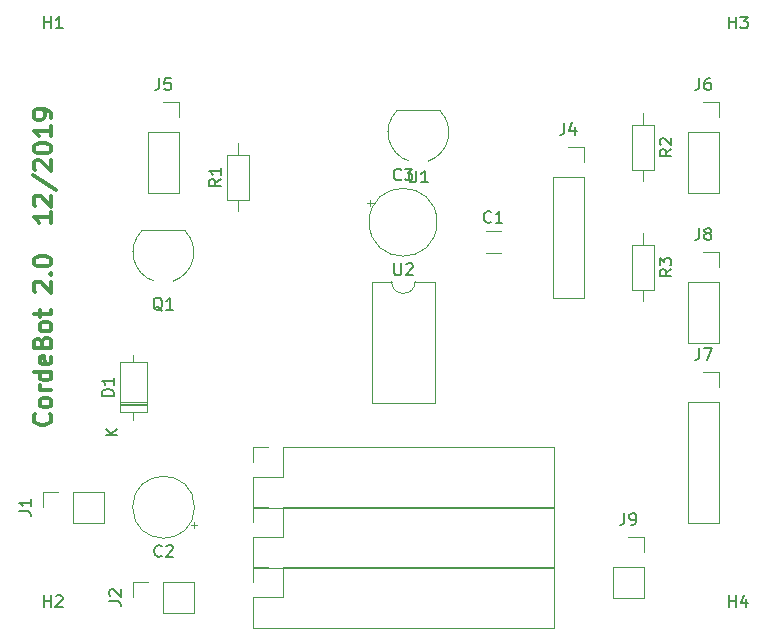
<source format=gto>
G04 #@! TF.GenerationSoftware,KiCad,Pcbnew,(5.1.5-0-10_14)*
G04 #@! TF.CreationDate,2019-12-20T11:49:40-05:00*
G04 #@! TF.ProjectId,Cbot2,43626f74-322e-46b6-9963-61645f706362,rev?*
G04 #@! TF.SameCoordinates,Original*
G04 #@! TF.FileFunction,Legend,Top*
G04 #@! TF.FilePolarity,Positive*
%FSLAX46Y46*%
G04 Gerber Fmt 4.6, Leading zero omitted, Abs format (unit mm)*
G04 Created by KiCad (PCBNEW (5.1.5-0-10_14)) date 2019-12-20 11:49:40*
%MOMM*%
%LPD*%
G04 APERTURE LIST*
%ADD10C,0.300000*%
%ADD11C,0.120000*%
%ADD12C,0.150000*%
G04 APERTURE END LIST*
D10*
X81815714Y-97518571D02*
X81887142Y-97589999D01*
X81958571Y-97804285D01*
X81958571Y-97947142D01*
X81887142Y-98161428D01*
X81744285Y-98304285D01*
X81601428Y-98375714D01*
X81315714Y-98447142D01*
X81101428Y-98447142D01*
X80815714Y-98375714D01*
X80672857Y-98304285D01*
X80530000Y-98161428D01*
X80458571Y-97947142D01*
X80458571Y-97804285D01*
X80530000Y-97589999D01*
X80601428Y-97518571D01*
X81958571Y-96661428D02*
X81887142Y-96804285D01*
X81815714Y-96875714D01*
X81672857Y-96947142D01*
X81244285Y-96947142D01*
X81101428Y-96875714D01*
X81030000Y-96804285D01*
X80958571Y-96661428D01*
X80958571Y-96447142D01*
X81030000Y-96304285D01*
X81101428Y-96232857D01*
X81244285Y-96161428D01*
X81672857Y-96161428D01*
X81815714Y-96232857D01*
X81887142Y-96304285D01*
X81958571Y-96447142D01*
X81958571Y-96661428D01*
X81958571Y-95518571D02*
X80958571Y-95518571D01*
X81244285Y-95518571D02*
X81101428Y-95447142D01*
X81030000Y-95375714D01*
X80958571Y-95232857D01*
X80958571Y-95089999D01*
X81958571Y-93947142D02*
X80458571Y-93947142D01*
X81887142Y-93947142D02*
X81958571Y-94089999D01*
X81958571Y-94375714D01*
X81887142Y-94518571D01*
X81815714Y-94589999D01*
X81672857Y-94661428D01*
X81244285Y-94661428D01*
X81101428Y-94589999D01*
X81030000Y-94518571D01*
X80958571Y-94375714D01*
X80958571Y-94089999D01*
X81030000Y-93947142D01*
X81887142Y-92661428D02*
X81958571Y-92804285D01*
X81958571Y-93089999D01*
X81887142Y-93232857D01*
X81744285Y-93304285D01*
X81172857Y-93304285D01*
X81030000Y-93232857D01*
X80958571Y-93089999D01*
X80958571Y-92804285D01*
X81030000Y-92661428D01*
X81172857Y-92589999D01*
X81315714Y-92589999D01*
X81458571Y-93304285D01*
X81172857Y-91447142D02*
X81244285Y-91232857D01*
X81315714Y-91161428D01*
X81458571Y-91090000D01*
X81672857Y-91090000D01*
X81815714Y-91161428D01*
X81887142Y-91232857D01*
X81958571Y-91375714D01*
X81958571Y-91947142D01*
X80458571Y-91947142D01*
X80458571Y-91447142D01*
X80530000Y-91304285D01*
X80601428Y-91232857D01*
X80744285Y-91161428D01*
X80887142Y-91161428D01*
X81030000Y-91232857D01*
X81101428Y-91304285D01*
X81172857Y-91447142D01*
X81172857Y-91947142D01*
X81958571Y-90232857D02*
X81887142Y-90375714D01*
X81815714Y-90447142D01*
X81672857Y-90518571D01*
X81244285Y-90518571D01*
X81101428Y-90447142D01*
X81030000Y-90375714D01*
X80958571Y-90232857D01*
X80958571Y-90018571D01*
X81030000Y-89875714D01*
X81101428Y-89804285D01*
X81244285Y-89732857D01*
X81672857Y-89732857D01*
X81815714Y-89804285D01*
X81887142Y-89875714D01*
X81958571Y-90018571D01*
X81958571Y-90232857D01*
X80958571Y-89304285D02*
X80958571Y-88732857D01*
X80458571Y-89090000D02*
X81744285Y-89090000D01*
X81887142Y-89018571D01*
X81958571Y-88875714D01*
X81958571Y-88732857D01*
X80601428Y-87161428D02*
X80530000Y-87090000D01*
X80458571Y-86947142D01*
X80458571Y-86590000D01*
X80530000Y-86447142D01*
X80601428Y-86375714D01*
X80744285Y-86304285D01*
X80887142Y-86304285D01*
X81101428Y-86375714D01*
X81958571Y-87232857D01*
X81958571Y-86304285D01*
X81815714Y-85661428D02*
X81887142Y-85590000D01*
X81958571Y-85661428D01*
X81887142Y-85732857D01*
X81815714Y-85661428D01*
X81958571Y-85661428D01*
X80458571Y-84661428D02*
X80458571Y-84518571D01*
X80530000Y-84375714D01*
X80601428Y-84304285D01*
X80744285Y-84232857D01*
X81030000Y-84161428D01*
X81387142Y-84161428D01*
X81672857Y-84232857D01*
X81815714Y-84304285D01*
X81887142Y-84375714D01*
X81958571Y-84518571D01*
X81958571Y-84661428D01*
X81887142Y-84804285D01*
X81815714Y-84875714D01*
X81672857Y-84947142D01*
X81387142Y-85018571D01*
X81030000Y-85018571D01*
X80744285Y-84947142D01*
X80601428Y-84875714D01*
X80530000Y-84804285D01*
X80458571Y-84661428D01*
X81958571Y-80447142D02*
X81958571Y-81304285D01*
X81958571Y-80875714D02*
X80458571Y-80875714D01*
X80672857Y-81018571D01*
X80815714Y-81161428D01*
X80887142Y-81304285D01*
X80601428Y-79875714D02*
X80530000Y-79804285D01*
X80458571Y-79661428D01*
X80458571Y-79304285D01*
X80530000Y-79161428D01*
X80601428Y-79090000D01*
X80744285Y-79018571D01*
X80887142Y-79018571D01*
X81101428Y-79090000D01*
X81958571Y-79947142D01*
X81958571Y-79018571D01*
X80387142Y-77304285D02*
X82315714Y-78590000D01*
X80601428Y-76875714D02*
X80530000Y-76804285D01*
X80458571Y-76661428D01*
X80458571Y-76304285D01*
X80530000Y-76161428D01*
X80601428Y-76090000D01*
X80744285Y-76018571D01*
X80887142Y-76018571D01*
X81101428Y-76090000D01*
X81958571Y-76947142D01*
X81958571Y-76018571D01*
X80458571Y-75090000D02*
X80458571Y-74947142D01*
X80530000Y-74804285D01*
X80601428Y-74732857D01*
X80744285Y-74661428D01*
X81030000Y-74590000D01*
X81387142Y-74590000D01*
X81672857Y-74661428D01*
X81815714Y-74732857D01*
X81887142Y-74804285D01*
X81958571Y-74947142D01*
X81958571Y-75090000D01*
X81887142Y-75232857D01*
X81815714Y-75304285D01*
X81672857Y-75375714D01*
X81387142Y-75447142D01*
X81030000Y-75447142D01*
X80744285Y-75375714D01*
X80601428Y-75304285D01*
X80530000Y-75232857D01*
X80458571Y-75090000D01*
X81958571Y-73161428D02*
X81958571Y-74018571D01*
X81958571Y-73590000D02*
X80458571Y-73590000D01*
X80672857Y-73732857D01*
X80815714Y-73875714D01*
X80887142Y-74018571D01*
X81958571Y-72447142D02*
X81958571Y-72161428D01*
X81887142Y-72018571D01*
X81815714Y-71947142D01*
X81601428Y-71804285D01*
X81315714Y-71732857D01*
X80744285Y-71732857D01*
X80601428Y-71804285D01*
X80530000Y-71875714D01*
X80458571Y-72018571D01*
X80458571Y-72304285D01*
X80530000Y-72447142D01*
X80601428Y-72518571D01*
X80744285Y-72589999D01*
X81101428Y-72589999D01*
X81244285Y-72518571D01*
X81315714Y-72447142D01*
X81387142Y-72304285D01*
X81387142Y-72018571D01*
X81315714Y-71875714D01*
X81244285Y-71804285D01*
X81101428Y-71732857D01*
D11*
X87780000Y-97370000D02*
X90020000Y-97370000D01*
X90020000Y-97370000D02*
X90020000Y-93130000D01*
X90020000Y-93130000D02*
X87780000Y-93130000D01*
X87780000Y-93130000D02*
X87780000Y-97370000D01*
X88900000Y-98020000D02*
X88900000Y-97370000D01*
X88900000Y-92480000D02*
X88900000Y-93130000D01*
X87780000Y-96650000D02*
X90020000Y-96650000D01*
X87780000Y-96530000D02*
X90020000Y-96530000D01*
X87780000Y-96770000D02*
X90020000Y-96770000D01*
X83820000Y-106740000D02*
X83820000Y-104080000D01*
X83820000Y-106740000D02*
X86420000Y-106740000D01*
X86420000Y-106740000D02*
X86420000Y-104080000D01*
X83820000Y-104080000D02*
X86420000Y-104080000D01*
X81220000Y-104080000D02*
X82550000Y-104080000D01*
X81220000Y-105410000D02*
X81220000Y-104080000D01*
X88840000Y-113030000D02*
X88840000Y-111700000D01*
X88840000Y-111700000D02*
X90170000Y-111700000D01*
X91440000Y-111700000D02*
X94040000Y-111700000D01*
X94040000Y-114360000D02*
X94040000Y-111700000D01*
X91440000Y-114360000D02*
X94040000Y-114360000D01*
X91440000Y-114360000D02*
X91440000Y-111700000D01*
X124400000Y-77470000D02*
X127060000Y-77470000D01*
X124400000Y-77470000D02*
X124400000Y-87690000D01*
X124400000Y-87690000D02*
X127060000Y-87690000D01*
X127060000Y-77470000D02*
X127060000Y-87690000D01*
X127060000Y-74870000D02*
X127060000Y-76200000D01*
X125730000Y-74870000D02*
X127060000Y-74870000D01*
X90110000Y-73660000D02*
X92770000Y-73660000D01*
X90110000Y-73660000D02*
X90110000Y-78800000D01*
X90110000Y-78800000D02*
X92770000Y-78800000D01*
X92770000Y-73660000D02*
X92770000Y-78800000D01*
X92770000Y-71060000D02*
X92770000Y-72390000D01*
X91440000Y-71060000D02*
X92770000Y-71060000D01*
X137160000Y-71060000D02*
X138490000Y-71060000D01*
X138490000Y-71060000D02*
X138490000Y-72390000D01*
X138490000Y-73660000D02*
X138490000Y-78800000D01*
X135830000Y-78800000D02*
X138490000Y-78800000D01*
X135830000Y-73660000D02*
X135830000Y-78800000D01*
X135830000Y-73660000D02*
X138490000Y-73660000D01*
X137160000Y-93920000D02*
X138490000Y-93920000D01*
X138490000Y-93920000D02*
X138490000Y-95250000D01*
X138490000Y-96520000D02*
X138490000Y-106740000D01*
X135830000Y-106740000D02*
X138490000Y-106740000D01*
X135830000Y-96520000D02*
X135830000Y-106740000D01*
X135830000Y-96520000D02*
X138490000Y-96520000D01*
X135830000Y-86360000D02*
X138490000Y-86360000D01*
X135830000Y-86360000D02*
X135830000Y-91500000D01*
X135830000Y-91500000D02*
X138490000Y-91500000D01*
X138490000Y-86360000D02*
X138490000Y-91500000D01*
X138490000Y-83760000D02*
X138490000Y-85090000D01*
X137160000Y-83760000D02*
X138490000Y-83760000D01*
X129480000Y-110490000D02*
X132140000Y-110490000D01*
X129480000Y-110490000D02*
X129480000Y-113090000D01*
X129480000Y-113090000D02*
X132140000Y-113090000D01*
X132140000Y-110490000D02*
X132140000Y-113090000D01*
X132140000Y-107890000D02*
X132140000Y-109220000D01*
X130810000Y-107890000D02*
X132140000Y-107890000D01*
X96870000Y-79390000D02*
X98710000Y-79390000D01*
X98710000Y-79390000D02*
X98710000Y-75550000D01*
X98710000Y-75550000D02*
X96870000Y-75550000D01*
X96870000Y-75550000D02*
X96870000Y-79390000D01*
X97790000Y-80340000D02*
X97790000Y-79390000D01*
X97790000Y-74600000D02*
X97790000Y-75550000D01*
X132080000Y-77800000D02*
X132080000Y-76850000D01*
X132080000Y-72060000D02*
X132080000Y-73010000D01*
X133000000Y-76850000D02*
X133000000Y-73010000D01*
X131160000Y-76850000D02*
X133000000Y-76850000D01*
X131160000Y-73010000D02*
X131160000Y-76850000D01*
X133000000Y-73010000D02*
X131160000Y-73010000D01*
X133000000Y-83170000D02*
X131160000Y-83170000D01*
X131160000Y-83170000D02*
X131160000Y-87010000D01*
X131160000Y-87010000D02*
X133000000Y-87010000D01*
X133000000Y-87010000D02*
X133000000Y-83170000D01*
X132080000Y-82220000D02*
X132080000Y-83170000D01*
X132080000Y-87960000D02*
X132080000Y-87010000D01*
X112760000Y-86300000D02*
G75*
G02X110760000Y-86300000I-1000000J0D01*
G01*
X110760000Y-86300000D02*
X109110000Y-86300000D01*
X109110000Y-86300000D02*
X109110000Y-96580000D01*
X109110000Y-96580000D02*
X114410000Y-96580000D01*
X114410000Y-96580000D02*
X114410000Y-86300000D01*
X114410000Y-86300000D02*
X112760000Y-86300000D01*
X93240000Y-81970000D02*
X89640000Y-81970000D01*
X93251875Y-81978259D02*
G75*
G02X92260000Y-86270000I-1811875J-1841741D01*
G01*
X89631555Y-81992316D02*
G75*
G03X90660000Y-86270000I1808445J-1827684D01*
G01*
X114830000Y-71810000D02*
X111230000Y-71810000D01*
X114841453Y-71817844D02*
G75*
G02X113850000Y-76110000I-1811453J-1842156D01*
G01*
X111221555Y-71832316D02*
G75*
G03X112250000Y-76110000I1808445J-1827684D01*
G01*
X118731000Y-82015001D02*
X119989000Y-82015001D01*
X118731000Y-83855001D02*
X119989000Y-83855001D01*
X94080000Y-105410000D02*
G75*
G03X94080000Y-105410000I-2620000J0D01*
G01*
X94264775Y-106885000D02*
X93764775Y-106885000D01*
X94014775Y-107135000D02*
X94014775Y-106635000D01*
X114610000Y-81280000D02*
G75*
G03X114610000Y-81280000I-2870000J0D01*
G01*
X108667738Y-79665000D02*
X109217738Y-79665000D01*
X108942738Y-79390000D02*
X108942738Y-79940000D01*
X99000000Y-110550000D02*
X99000000Y-107950000D01*
X99000000Y-110550000D02*
X124520000Y-110550000D01*
X124520000Y-110550000D02*
X124520000Y-105350000D01*
X101600000Y-105350000D02*
X124520000Y-105350000D01*
X101600000Y-107950000D02*
X101600000Y-105350000D01*
X99000000Y-107950000D02*
X101600000Y-107950000D01*
X99000000Y-105350000D02*
X100330000Y-105350000D01*
X99000000Y-106680000D02*
X99000000Y-105350000D01*
X99000000Y-111760000D02*
X99000000Y-110430000D01*
X99000000Y-110430000D02*
X100330000Y-110430000D01*
X99000000Y-113030000D02*
X101600000Y-113030000D01*
X101600000Y-113030000D02*
X101600000Y-110430000D01*
X101600000Y-110430000D02*
X124520000Y-110430000D01*
X124520000Y-115630000D02*
X124520000Y-110430000D01*
X99000000Y-115630000D02*
X124520000Y-115630000D01*
X99000000Y-115630000D02*
X99000000Y-113030000D01*
X99000000Y-105470000D02*
X99000000Y-102870000D01*
X99000000Y-105470000D02*
X124520000Y-105470000D01*
X124520000Y-105470000D02*
X124520000Y-100270000D01*
X101600000Y-100270000D02*
X124520000Y-100270000D01*
X101600000Y-102870000D02*
X101600000Y-100270000D01*
X99000000Y-102870000D02*
X101600000Y-102870000D01*
X99000000Y-100270000D02*
X100330000Y-100270000D01*
X99000000Y-101600000D02*
X99000000Y-100270000D01*
D12*
X81338095Y-64852380D02*
X81338095Y-63852380D01*
X81338095Y-64328571D02*
X81909523Y-64328571D01*
X81909523Y-64852380D02*
X81909523Y-63852380D01*
X82909523Y-64852380D02*
X82338095Y-64852380D01*
X82623809Y-64852380D02*
X82623809Y-63852380D01*
X82528571Y-63995238D01*
X82433333Y-64090476D01*
X82338095Y-64138095D01*
X139338095Y-64872380D02*
X139338095Y-63872380D01*
X139338095Y-64348571D02*
X139909523Y-64348571D01*
X139909523Y-64872380D02*
X139909523Y-63872380D01*
X140290476Y-63872380D02*
X140909523Y-63872380D01*
X140576190Y-64253333D01*
X140719047Y-64253333D01*
X140814285Y-64300952D01*
X140861904Y-64348571D01*
X140909523Y-64443809D01*
X140909523Y-64681904D01*
X140861904Y-64777142D01*
X140814285Y-64824761D01*
X140719047Y-64872380D01*
X140433333Y-64872380D01*
X140338095Y-64824761D01*
X140290476Y-64777142D01*
X81338095Y-113862380D02*
X81338095Y-112862380D01*
X81338095Y-113338571D02*
X81909523Y-113338571D01*
X81909523Y-113862380D02*
X81909523Y-112862380D01*
X82338095Y-112957619D02*
X82385714Y-112910000D01*
X82480952Y-112862380D01*
X82719047Y-112862380D01*
X82814285Y-112910000D01*
X82861904Y-112957619D01*
X82909523Y-113052857D01*
X82909523Y-113148095D01*
X82861904Y-113290952D01*
X82290476Y-113862380D01*
X82909523Y-113862380D01*
X139328095Y-113852380D02*
X139328095Y-112852380D01*
X139328095Y-113328571D02*
X139899523Y-113328571D01*
X139899523Y-113852380D02*
X139899523Y-112852380D01*
X140804285Y-113185714D02*
X140804285Y-113852380D01*
X140566190Y-112804761D02*
X140328095Y-113519047D01*
X140947142Y-113519047D01*
X87232380Y-95988095D02*
X86232380Y-95988095D01*
X86232380Y-95750000D01*
X86280000Y-95607142D01*
X86375238Y-95511904D01*
X86470476Y-95464285D01*
X86660952Y-95416666D01*
X86803809Y-95416666D01*
X86994285Y-95464285D01*
X87089523Y-95511904D01*
X87184761Y-95607142D01*
X87232380Y-95750000D01*
X87232380Y-95988095D01*
X87232380Y-94464285D02*
X87232380Y-95035714D01*
X87232380Y-94750000D02*
X86232380Y-94750000D01*
X86375238Y-94845238D01*
X86470476Y-94940476D01*
X86518095Y-95035714D01*
X87552380Y-99321904D02*
X86552380Y-99321904D01*
X87552380Y-98750476D02*
X86980952Y-99179047D01*
X86552380Y-98750476D02*
X87123809Y-99321904D01*
X79232380Y-105743333D02*
X79946666Y-105743333D01*
X80089523Y-105790952D01*
X80184761Y-105886190D01*
X80232380Y-106029047D01*
X80232380Y-106124285D01*
X80232380Y-104743333D02*
X80232380Y-105314761D01*
X80232380Y-105029047D02*
X79232380Y-105029047D01*
X79375238Y-105124285D01*
X79470476Y-105219523D01*
X79518095Y-105314761D01*
X86852380Y-113363333D02*
X87566666Y-113363333D01*
X87709523Y-113410952D01*
X87804761Y-113506190D01*
X87852380Y-113649047D01*
X87852380Y-113744285D01*
X86947619Y-112934761D02*
X86900000Y-112887142D01*
X86852380Y-112791904D01*
X86852380Y-112553809D01*
X86900000Y-112458571D01*
X86947619Y-112410952D01*
X87042857Y-112363333D01*
X87138095Y-112363333D01*
X87280952Y-112410952D01*
X87852380Y-112982380D01*
X87852380Y-112363333D01*
X125396666Y-72882380D02*
X125396666Y-73596666D01*
X125349047Y-73739523D01*
X125253809Y-73834761D01*
X125110952Y-73882380D01*
X125015714Y-73882380D01*
X126301428Y-73215714D02*
X126301428Y-73882380D01*
X126063333Y-72834761D02*
X125825238Y-73549047D01*
X126444285Y-73549047D01*
X91106666Y-69072380D02*
X91106666Y-69786666D01*
X91059047Y-69929523D01*
X90963809Y-70024761D01*
X90820952Y-70072380D01*
X90725714Y-70072380D01*
X92059047Y-69072380D02*
X91582857Y-69072380D01*
X91535238Y-69548571D01*
X91582857Y-69500952D01*
X91678095Y-69453333D01*
X91916190Y-69453333D01*
X92011428Y-69500952D01*
X92059047Y-69548571D01*
X92106666Y-69643809D01*
X92106666Y-69881904D01*
X92059047Y-69977142D01*
X92011428Y-70024761D01*
X91916190Y-70072380D01*
X91678095Y-70072380D01*
X91582857Y-70024761D01*
X91535238Y-69977142D01*
X136826666Y-69072380D02*
X136826666Y-69786666D01*
X136779047Y-69929523D01*
X136683809Y-70024761D01*
X136540952Y-70072380D01*
X136445714Y-70072380D01*
X137731428Y-69072380D02*
X137540952Y-69072380D01*
X137445714Y-69120000D01*
X137398095Y-69167619D01*
X137302857Y-69310476D01*
X137255238Y-69500952D01*
X137255238Y-69881904D01*
X137302857Y-69977142D01*
X137350476Y-70024761D01*
X137445714Y-70072380D01*
X137636190Y-70072380D01*
X137731428Y-70024761D01*
X137779047Y-69977142D01*
X137826666Y-69881904D01*
X137826666Y-69643809D01*
X137779047Y-69548571D01*
X137731428Y-69500952D01*
X137636190Y-69453333D01*
X137445714Y-69453333D01*
X137350476Y-69500952D01*
X137302857Y-69548571D01*
X137255238Y-69643809D01*
X136826666Y-91932380D02*
X136826666Y-92646666D01*
X136779047Y-92789523D01*
X136683809Y-92884761D01*
X136540952Y-92932380D01*
X136445714Y-92932380D01*
X137207619Y-91932380D02*
X137874285Y-91932380D01*
X137445714Y-92932380D01*
X136826666Y-81772380D02*
X136826666Y-82486666D01*
X136779047Y-82629523D01*
X136683809Y-82724761D01*
X136540952Y-82772380D01*
X136445714Y-82772380D01*
X137445714Y-82200952D02*
X137350476Y-82153333D01*
X137302857Y-82105714D01*
X137255238Y-82010476D01*
X137255238Y-81962857D01*
X137302857Y-81867619D01*
X137350476Y-81820000D01*
X137445714Y-81772380D01*
X137636190Y-81772380D01*
X137731428Y-81820000D01*
X137779047Y-81867619D01*
X137826666Y-81962857D01*
X137826666Y-82010476D01*
X137779047Y-82105714D01*
X137731428Y-82153333D01*
X137636190Y-82200952D01*
X137445714Y-82200952D01*
X137350476Y-82248571D01*
X137302857Y-82296190D01*
X137255238Y-82391428D01*
X137255238Y-82581904D01*
X137302857Y-82677142D01*
X137350476Y-82724761D01*
X137445714Y-82772380D01*
X137636190Y-82772380D01*
X137731428Y-82724761D01*
X137779047Y-82677142D01*
X137826666Y-82581904D01*
X137826666Y-82391428D01*
X137779047Y-82296190D01*
X137731428Y-82248571D01*
X137636190Y-82200952D01*
X130476666Y-105902380D02*
X130476666Y-106616666D01*
X130429047Y-106759523D01*
X130333809Y-106854761D01*
X130190952Y-106902380D01*
X130095714Y-106902380D01*
X131000476Y-106902380D02*
X131190952Y-106902380D01*
X131286190Y-106854761D01*
X131333809Y-106807142D01*
X131429047Y-106664285D01*
X131476666Y-106473809D01*
X131476666Y-106092857D01*
X131429047Y-105997619D01*
X131381428Y-105950000D01*
X131286190Y-105902380D01*
X131095714Y-105902380D01*
X131000476Y-105950000D01*
X130952857Y-105997619D01*
X130905238Y-106092857D01*
X130905238Y-106330952D01*
X130952857Y-106426190D01*
X131000476Y-106473809D01*
X131095714Y-106521428D01*
X131286190Y-106521428D01*
X131381428Y-106473809D01*
X131429047Y-106426190D01*
X131476666Y-106330952D01*
X96322380Y-77636666D02*
X95846190Y-77970000D01*
X96322380Y-78208095D02*
X95322380Y-78208095D01*
X95322380Y-77827142D01*
X95370000Y-77731904D01*
X95417619Y-77684285D01*
X95512857Y-77636666D01*
X95655714Y-77636666D01*
X95750952Y-77684285D01*
X95798571Y-77731904D01*
X95846190Y-77827142D01*
X95846190Y-78208095D01*
X96322380Y-76684285D02*
X96322380Y-77255714D01*
X96322380Y-76970000D02*
X95322380Y-76970000D01*
X95465238Y-77065238D01*
X95560476Y-77160476D01*
X95608095Y-77255714D01*
X134452380Y-75096666D02*
X133976190Y-75430000D01*
X134452380Y-75668095D02*
X133452380Y-75668095D01*
X133452380Y-75287142D01*
X133500000Y-75191904D01*
X133547619Y-75144285D01*
X133642857Y-75096666D01*
X133785714Y-75096666D01*
X133880952Y-75144285D01*
X133928571Y-75191904D01*
X133976190Y-75287142D01*
X133976190Y-75668095D01*
X133547619Y-74715714D02*
X133500000Y-74668095D01*
X133452380Y-74572857D01*
X133452380Y-74334761D01*
X133500000Y-74239523D01*
X133547619Y-74191904D01*
X133642857Y-74144285D01*
X133738095Y-74144285D01*
X133880952Y-74191904D01*
X134452380Y-74763333D01*
X134452380Y-74144285D01*
X134452380Y-85256666D02*
X133976190Y-85590000D01*
X134452380Y-85828095D02*
X133452380Y-85828095D01*
X133452380Y-85447142D01*
X133500000Y-85351904D01*
X133547619Y-85304285D01*
X133642857Y-85256666D01*
X133785714Y-85256666D01*
X133880952Y-85304285D01*
X133928571Y-85351904D01*
X133976190Y-85447142D01*
X133976190Y-85828095D01*
X133452380Y-84923333D02*
X133452380Y-84304285D01*
X133833333Y-84637619D01*
X133833333Y-84494761D01*
X133880952Y-84399523D01*
X133928571Y-84351904D01*
X134023809Y-84304285D01*
X134261904Y-84304285D01*
X134357142Y-84351904D01*
X134404761Y-84399523D01*
X134452380Y-84494761D01*
X134452380Y-84780476D01*
X134404761Y-84875714D01*
X134357142Y-84923333D01*
X110998095Y-84752380D02*
X110998095Y-85561904D01*
X111045714Y-85657142D01*
X111093333Y-85704761D01*
X111188571Y-85752380D01*
X111379047Y-85752380D01*
X111474285Y-85704761D01*
X111521904Y-85657142D01*
X111569523Y-85561904D01*
X111569523Y-84752380D01*
X111998095Y-84847619D02*
X112045714Y-84800000D01*
X112140952Y-84752380D01*
X112379047Y-84752380D01*
X112474285Y-84800000D01*
X112521904Y-84847619D01*
X112569523Y-84942857D01*
X112569523Y-85038095D01*
X112521904Y-85180952D01*
X111950476Y-85752380D01*
X112569523Y-85752380D01*
X91344761Y-88767619D02*
X91249523Y-88720000D01*
X91154285Y-88624761D01*
X91011428Y-88481904D01*
X90916190Y-88434285D01*
X90820952Y-88434285D01*
X90868571Y-88672380D02*
X90773333Y-88624761D01*
X90678095Y-88529523D01*
X90630476Y-88339047D01*
X90630476Y-88005714D01*
X90678095Y-87815238D01*
X90773333Y-87720000D01*
X90868571Y-87672380D01*
X91059047Y-87672380D01*
X91154285Y-87720000D01*
X91249523Y-87815238D01*
X91297142Y-88005714D01*
X91297142Y-88339047D01*
X91249523Y-88529523D01*
X91154285Y-88624761D01*
X91059047Y-88672380D01*
X90868571Y-88672380D01*
X92249523Y-88672380D02*
X91678095Y-88672380D01*
X91963809Y-88672380D02*
X91963809Y-87672380D01*
X91868571Y-87815238D01*
X91773333Y-87910476D01*
X91678095Y-87958095D01*
X112268095Y-76912380D02*
X112268095Y-77721904D01*
X112315714Y-77817142D01*
X112363333Y-77864761D01*
X112458571Y-77912380D01*
X112649047Y-77912380D01*
X112744285Y-77864761D01*
X112791904Y-77817142D01*
X112839523Y-77721904D01*
X112839523Y-76912380D01*
X113839523Y-77912380D02*
X113268095Y-77912380D01*
X113553809Y-77912380D02*
X113553809Y-76912380D01*
X113458571Y-77055238D01*
X113363333Y-77150476D01*
X113268095Y-77198095D01*
X119193333Y-81242143D02*
X119145714Y-81289762D01*
X119002857Y-81337381D01*
X118907619Y-81337381D01*
X118764761Y-81289762D01*
X118669523Y-81194524D01*
X118621904Y-81099286D01*
X118574285Y-80908810D01*
X118574285Y-80765953D01*
X118621904Y-80575477D01*
X118669523Y-80480239D01*
X118764761Y-80385001D01*
X118907619Y-80337381D01*
X119002857Y-80337381D01*
X119145714Y-80385001D01*
X119193333Y-80432620D01*
X120145714Y-81337381D02*
X119574285Y-81337381D01*
X119860000Y-81337381D02*
X119860000Y-80337381D01*
X119764761Y-80480239D01*
X119669523Y-80575477D01*
X119574285Y-80623096D01*
X91293333Y-109517142D02*
X91245714Y-109564761D01*
X91102857Y-109612380D01*
X91007619Y-109612380D01*
X90864761Y-109564761D01*
X90769523Y-109469523D01*
X90721904Y-109374285D01*
X90674285Y-109183809D01*
X90674285Y-109040952D01*
X90721904Y-108850476D01*
X90769523Y-108755238D01*
X90864761Y-108660000D01*
X91007619Y-108612380D01*
X91102857Y-108612380D01*
X91245714Y-108660000D01*
X91293333Y-108707619D01*
X91674285Y-108707619D02*
X91721904Y-108660000D01*
X91817142Y-108612380D01*
X92055238Y-108612380D01*
X92150476Y-108660000D01*
X92198095Y-108707619D01*
X92245714Y-108802857D01*
X92245714Y-108898095D01*
X92198095Y-109040952D01*
X91626666Y-109612380D01*
X92245714Y-109612380D01*
X111573333Y-77637142D02*
X111525714Y-77684761D01*
X111382857Y-77732380D01*
X111287619Y-77732380D01*
X111144761Y-77684761D01*
X111049523Y-77589523D01*
X111001904Y-77494285D01*
X110954285Y-77303809D01*
X110954285Y-77160952D01*
X111001904Y-76970476D01*
X111049523Y-76875238D01*
X111144761Y-76780000D01*
X111287619Y-76732380D01*
X111382857Y-76732380D01*
X111525714Y-76780000D01*
X111573333Y-76827619D01*
X111906666Y-76732380D02*
X112525714Y-76732380D01*
X112192380Y-77113333D01*
X112335238Y-77113333D01*
X112430476Y-77160952D01*
X112478095Y-77208571D01*
X112525714Y-77303809D01*
X112525714Y-77541904D01*
X112478095Y-77637142D01*
X112430476Y-77684761D01*
X112335238Y-77732380D01*
X112049523Y-77732380D01*
X111954285Y-77684761D01*
X111906666Y-77637142D01*
M02*

</source>
